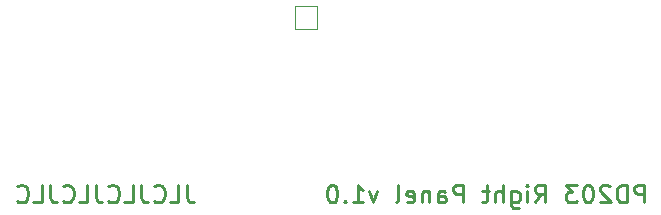
<source format=gbr>
%TF.GenerationSoftware,KiCad,Pcbnew,(6.0.11)*%
%TF.CreationDate,2023-07-10T01:00:54-07:00*%
%TF.ProjectId,cga-ypbpr-right,6367612d-7970-4627-9072-2d7269676874,rev?*%
%TF.SameCoordinates,PX2990618PY4bd2668*%
%TF.FileFunction,Legend,Bot*%
%TF.FilePolarity,Positive*%
%FSLAX46Y46*%
G04 Gerber Fmt 4.6, Leading zero omitted, Abs format (unit mm)*
G04 Created by KiCad (PCBNEW (6.0.11)) date 2023-07-10 01:00:54*
%MOMM*%
%LPD*%
G01*
G04 APERTURE LIST*
%ADD10C,0.250000*%
%ADD11C,0.120000*%
G04 APERTURE END LIST*
D10*
X41089857Y25826429D02*
X41089857Y27326429D01*
X40518428Y27326429D01*
X40375571Y27255000D01*
X40304142Y27183572D01*
X40232714Y27040715D01*
X40232714Y26826429D01*
X40304142Y26683572D01*
X40375571Y26612143D01*
X40518428Y26540715D01*
X41089857Y26540715D01*
X39589857Y25826429D02*
X39589857Y27326429D01*
X39232714Y27326429D01*
X39018428Y27255000D01*
X38875571Y27112143D01*
X38804142Y26969286D01*
X38732714Y26683572D01*
X38732714Y26469286D01*
X38804142Y26183572D01*
X38875571Y26040715D01*
X39018428Y25897858D01*
X39232714Y25826429D01*
X39589857Y25826429D01*
X38161285Y27183572D02*
X38089857Y27255000D01*
X37947000Y27326429D01*
X37589857Y27326429D01*
X37447000Y27255000D01*
X37375571Y27183572D01*
X37304142Y27040715D01*
X37304142Y26897858D01*
X37375571Y26683572D01*
X38232714Y25826429D01*
X37304142Y25826429D01*
X36375571Y27326429D02*
X36232714Y27326429D01*
X36089857Y27255000D01*
X36018428Y27183572D01*
X35947000Y27040715D01*
X35875571Y26755000D01*
X35875571Y26397858D01*
X35947000Y26112143D01*
X36018428Y25969286D01*
X36089857Y25897858D01*
X36232714Y25826429D01*
X36375571Y25826429D01*
X36518428Y25897858D01*
X36589857Y25969286D01*
X36661285Y26112143D01*
X36732714Y26397858D01*
X36732714Y26755000D01*
X36661285Y27040715D01*
X36589857Y27183572D01*
X36518428Y27255000D01*
X36375571Y27326429D01*
X35375571Y27326429D02*
X34447000Y27326429D01*
X34947000Y26755000D01*
X34732714Y26755000D01*
X34589857Y26683572D01*
X34518428Y26612143D01*
X34447000Y26469286D01*
X34447000Y26112143D01*
X34518428Y25969286D01*
X34589857Y25897858D01*
X34732714Y25826429D01*
X35161285Y25826429D01*
X35304142Y25897858D01*
X35375571Y25969286D01*
X31804142Y25826429D02*
X32304142Y26540715D01*
X32661285Y25826429D02*
X32661285Y27326429D01*
X32089857Y27326429D01*
X31947000Y27255000D01*
X31875571Y27183572D01*
X31804142Y27040715D01*
X31804142Y26826429D01*
X31875571Y26683572D01*
X31947000Y26612143D01*
X32089857Y26540715D01*
X32661285Y26540715D01*
X31161285Y25826429D02*
X31161285Y26826429D01*
X31161285Y27326429D02*
X31232714Y27255000D01*
X31161285Y27183572D01*
X31089857Y27255000D01*
X31161285Y27326429D01*
X31161285Y27183572D01*
X29804142Y26826429D02*
X29804142Y25612143D01*
X29875571Y25469286D01*
X29947000Y25397858D01*
X30089857Y25326429D01*
X30304142Y25326429D01*
X30447000Y25397858D01*
X29804142Y25897858D02*
X29947000Y25826429D01*
X30232714Y25826429D01*
X30375571Y25897858D01*
X30447000Y25969286D01*
X30518428Y26112143D01*
X30518428Y26540715D01*
X30447000Y26683572D01*
X30375571Y26755000D01*
X30232714Y26826429D01*
X29947000Y26826429D01*
X29804142Y26755000D01*
X29089857Y25826429D02*
X29089857Y27326429D01*
X28447000Y25826429D02*
X28447000Y26612143D01*
X28518428Y26755000D01*
X28661285Y26826429D01*
X28875571Y26826429D01*
X29018428Y26755000D01*
X29089857Y26683572D01*
X27947000Y26826429D02*
X27375571Y26826429D01*
X27732714Y27326429D02*
X27732714Y26040715D01*
X27661285Y25897858D01*
X27518428Y25826429D01*
X27375571Y25826429D01*
X25732714Y25826429D02*
X25732714Y27326429D01*
X25161285Y27326429D01*
X25018428Y27255000D01*
X24947000Y27183572D01*
X24875571Y27040715D01*
X24875571Y26826429D01*
X24947000Y26683572D01*
X25018428Y26612143D01*
X25161285Y26540715D01*
X25732714Y26540715D01*
X23589857Y25826429D02*
X23589857Y26612143D01*
X23661285Y26755000D01*
X23804142Y26826429D01*
X24089857Y26826429D01*
X24232714Y26755000D01*
X23589857Y25897858D02*
X23732714Y25826429D01*
X24089857Y25826429D01*
X24232714Y25897858D01*
X24304142Y26040715D01*
X24304142Y26183572D01*
X24232714Y26326429D01*
X24089857Y26397858D01*
X23732714Y26397858D01*
X23589857Y26469286D01*
X22875571Y26826429D02*
X22875571Y25826429D01*
X22875571Y26683572D02*
X22804142Y26755000D01*
X22661285Y26826429D01*
X22447000Y26826429D01*
X22304142Y26755000D01*
X22232714Y26612143D01*
X22232714Y25826429D01*
X20947000Y25897858D02*
X21089857Y25826429D01*
X21375571Y25826429D01*
X21518428Y25897858D01*
X21589857Y26040715D01*
X21589857Y26612143D01*
X21518428Y26755000D01*
X21375571Y26826429D01*
X21089857Y26826429D01*
X20947000Y26755000D01*
X20875571Y26612143D01*
X20875571Y26469286D01*
X21589857Y26326429D01*
X20018428Y25826429D02*
X20161285Y25897858D01*
X20232714Y26040715D01*
X20232714Y27326429D01*
X18447000Y26826429D02*
X18089857Y25826429D01*
X17732714Y26826429D01*
X16375571Y25826429D02*
X17232714Y25826429D01*
X16804142Y25826429D02*
X16804142Y27326429D01*
X16947000Y27112143D01*
X17089857Y26969286D01*
X17232714Y26897858D01*
X15732714Y25969286D02*
X15661285Y25897858D01*
X15732714Y25826429D01*
X15804142Y25897858D01*
X15732714Y25969286D01*
X15732714Y25826429D01*
X14732714Y27326429D02*
X14589857Y27326429D01*
X14447000Y27255000D01*
X14375571Y27183572D01*
X14304142Y27040715D01*
X14232714Y26755000D01*
X14232714Y26397858D01*
X14304142Y26112143D01*
X14375571Y25969286D01*
X14447000Y25897858D01*
X14589857Y25826429D01*
X14732714Y25826429D01*
X14875571Y25897858D01*
X14947000Y25969286D01*
X15018428Y26112143D01*
X15089857Y26397858D01*
X15089857Y26755000D01*
X15018428Y27040715D01*
X14947000Y27183572D01*
X14875571Y27255000D01*
X14732714Y27326429D01*
X2345571Y27326429D02*
X2345571Y26255000D01*
X2417000Y26040715D01*
X2559857Y25897858D01*
X2774142Y25826429D01*
X2917000Y25826429D01*
X917000Y25826429D02*
X1631285Y25826429D01*
X1631285Y27326429D01*
X-440143Y25969286D02*
X-368715Y25897858D01*
X-154429Y25826429D01*
X-11572Y25826429D01*
X202714Y25897858D01*
X345571Y26040715D01*
X417000Y26183572D01*
X488428Y26469286D01*
X488428Y26683572D01*
X417000Y26969286D01*
X345571Y27112143D01*
X202714Y27255000D01*
X-11572Y27326429D01*
X-154429Y27326429D01*
X-368715Y27255000D01*
X-440143Y27183572D01*
X-1511572Y27326429D02*
X-1511572Y26255000D01*
X-1440143Y26040715D01*
X-1297286Y25897858D01*
X-1083000Y25826429D01*
X-940143Y25826429D01*
X-2940143Y25826429D02*
X-2225858Y25826429D01*
X-2225858Y27326429D01*
X-4297286Y25969286D02*
X-4225858Y25897858D01*
X-4011572Y25826429D01*
X-3868715Y25826429D01*
X-3654429Y25897858D01*
X-3511572Y26040715D01*
X-3440143Y26183572D01*
X-3368715Y26469286D01*
X-3368715Y26683572D01*
X-3440143Y26969286D01*
X-3511572Y27112143D01*
X-3654429Y27255000D01*
X-3868715Y27326429D01*
X-4011572Y27326429D01*
X-4225858Y27255000D01*
X-4297286Y27183572D01*
X-5368715Y27326429D02*
X-5368715Y26255000D01*
X-5297286Y26040715D01*
X-5154429Y25897858D01*
X-4940143Y25826429D01*
X-4797286Y25826429D01*
X-6797286Y25826429D02*
X-6083000Y25826429D01*
X-6083000Y27326429D01*
X-8154429Y25969286D02*
X-8083000Y25897858D01*
X-7868715Y25826429D01*
X-7725858Y25826429D01*
X-7511572Y25897858D01*
X-7368715Y26040715D01*
X-7297286Y26183572D01*
X-7225858Y26469286D01*
X-7225858Y26683572D01*
X-7297286Y26969286D01*
X-7368715Y27112143D01*
X-7511572Y27255000D01*
X-7725858Y27326429D01*
X-7868715Y27326429D01*
X-8083000Y27255000D01*
X-8154429Y27183572D01*
X-9225858Y27326429D02*
X-9225858Y26255000D01*
X-9154429Y26040715D01*
X-9011572Y25897858D01*
X-8797286Y25826429D01*
X-8654429Y25826429D01*
X-10654429Y25826429D02*
X-9940143Y25826429D01*
X-9940143Y27326429D01*
X-12011572Y25969286D02*
X-11940143Y25897858D01*
X-11725858Y25826429D01*
X-11583000Y25826429D01*
X-11368715Y25897858D01*
X-11225858Y26040715D01*
X-11154429Y26183572D01*
X-11083000Y26469286D01*
X-11083000Y26683572D01*
X-11154429Y26969286D01*
X-11225858Y27112143D01*
X-11368715Y27255000D01*
X-11583000Y27326429D01*
X-11725858Y27326429D01*
X-11940143Y27255000D01*
X-12011572Y27183572D01*
D11*
%TO.C,TP1*%
X11467000Y40555000D02*
X13367000Y40555000D01*
X11467000Y42455000D02*
X11467000Y40555000D01*
X13367000Y42455000D02*
X11467000Y42455000D01*
X13367000Y40555000D02*
X13367000Y42455000D01*
%TD*%
M02*

</source>
